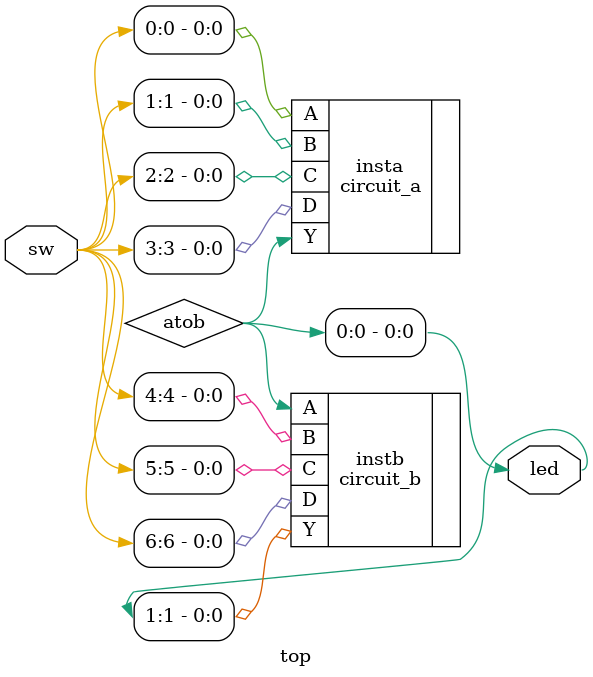
<source format=v>
module top(
    input[6:0] sw,
    output[1:0] led
);

    wire atob;
    
    circuit_a insta(
        .A(sw[0]),
        .B(sw[1]),
        .C(sw[2]),
        .D(sw[3]),
        .Y(atob)
    );
    
    circuit_b instb(
        .A(atob),
        .B(sw[4]),
        .C(sw[5]),
        .D(sw[6]),
        .Y(led[1])
    );

    assign led[0] = atob;

endmodule
</source>
